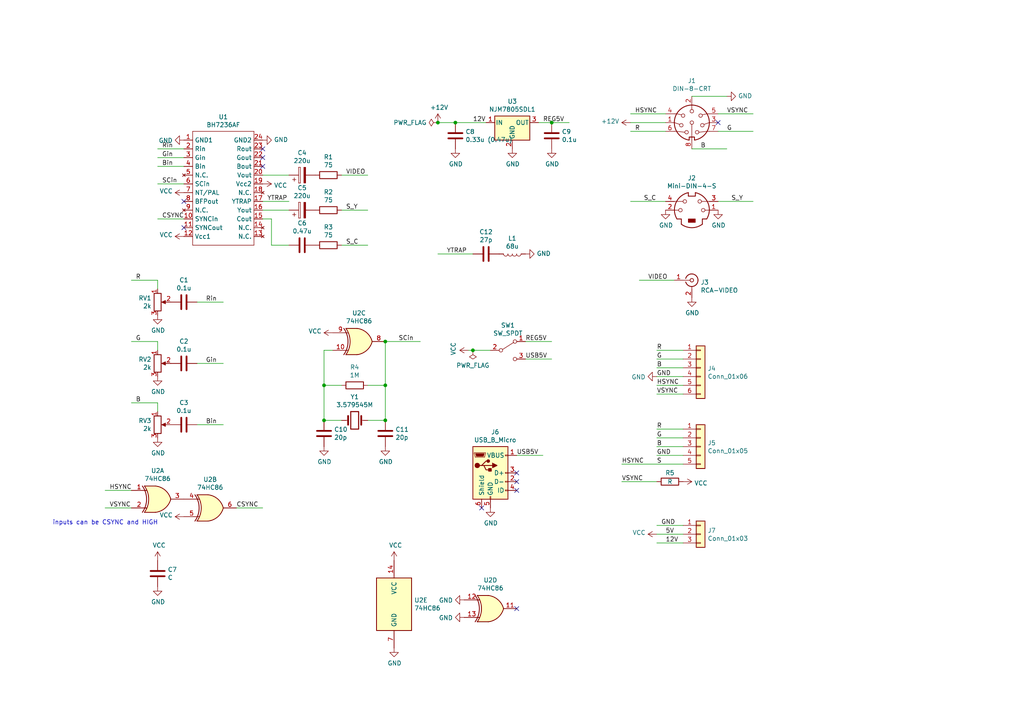
<source format=kicad_sch>
(kicad_sch (version 20211123) (generator eeschema)
  (paper "A4")
  (lib_symbols
    (symbol "74xx:74HC86" (pin_names (offset 1.016))
      (property "Reference" "U" (at 0 1.27 0))
      (property "Value" "74HC86" (at 0 -1.27 0))
      (symbol "74HC86_1_0"
        (arc (start -4.4196 -3.81) (mid -3.2033 0) (end -4.4196 3.81) (stroke (width 0.254)))
        (arc (start -3.81 -3.81) (mid -2.589 0) (end -3.81 3.81) (stroke (width 0.254)))
        (arc (start -0.6096 -3.81) (mid 2.1842 -2.5851) (end 3.81 0) (stroke (width 0.254)) (fill (type background)))
        (polyline (pts (xy -3.81 -3.81) (xy -0.635 -3.81)) (stroke (width 0.254)) (fill (type background)))
        (polyline (pts (xy -3.81 3.81) (xy -0.635 3.81)) (stroke (width 0.254)) (fill (type background)))
        (polyline (pts (xy -0.635 3.81) (xy -3.81 3.81) (xy -3.81 3.81) (xy -3.556 3.4036) (xy -3.0226 2.2606) (xy -2.6924 1.0414) (xy -2.6162 -0.254) (xy -2.7686 -1.4986) (xy -3.175 -2.7178) (xy -3.81 -3.81) (xy -3.81 -3.81) (xy -0.635 -3.81)) (stroke (width -25.4)) (fill (type background)))
        (arc (start 3.81 0) (mid 2.1915 2.5936) (end -0.6096 3.81) (stroke (width 0.254)) (fill (type background)))
        (pin input line (at -7.62 2.54 0) (length 4.445) (name "~") (number "1"))
        (pin input line (at -7.62 -2.54 0) (length 4.445) (name "~") (number "2"))
        (pin output line (at 7.62 0 180) (length 3.81) (name "~") (number "3"))
      )
      (symbol "74HC86_1_1"
        (polyline (pts (xy -3.81 -2.54) (xy -3.175 -2.54)) (stroke (width 0.1524)))
        (polyline (pts (xy -3.81 2.54) (xy -3.175 2.54)) (stroke (width 0.1524)))
      )
      (symbol "74HC86_2_0"
        (arc (start -4.4196 -3.81) (mid -3.2033 0) (end -4.4196 3.81) (stroke (width 0.254)))
        (arc (start -3.81 -3.81) (mid -2.589 0) (end -3.81 3.81) (stroke (width 0.254)))
        (arc (start -0.6096 -3.81) (mid 2.1842 -2.5851) (end 3.81 0) (stroke (width 0.254)) (fill (type background)))
        (polyline (pts (xy -3.81 -3.81) (xy -0.635 -3.81)) (stroke (width 0.254)) (fill (type background)))
        (polyline (pts (xy -3.81 3.81) (xy -0.635 3.81)) (stroke (width 0.254)) (fill (type background)))
        (polyline (pts (xy -0.635 3.81) (xy -3.81 3.81) (xy -3.81 3.81) (xy -3.556 3.4036) (xy -3.0226 2.2606) (xy -2.6924 1.0414) (xy -2.6162 -0.254) (xy -2.7686 -1.4986) (xy -3.175 -2.7178) (xy -3.81 -3.81) (xy -3.81 -3.81) (xy -0.635 -3.81)) (stroke (width -25.4)) (fill (type background)))
        (arc (start 3.81 0) (mid 2.1915 2.5936) (end -0.6096 3.81) (stroke (width 0.254)) (fill (type background)))
        (pin input line (at -7.62 2.54 0) (length 4.445) (name "~") (number "4"))
        (pin input line (at -7.62 -2.54 0) (length 4.445) (name "~") (number "5"))
        (pin output line (at 7.62 0 180) (length 3.81) (name "~") (number "6"))
      )
      (symbol "74HC86_2_1"
        (polyline (pts (xy -3.81 -2.54) (xy -3.175 -2.54)) (stroke (width 0.1524)))
        (polyline (pts (xy -3.81 2.54) (xy -3.175 2.54)) (stroke (width 0.1524)))
      )
      (symbol "74HC86_3_0"
        (arc (start -4.4196 -3.81) (mid -3.2033 0) (end -4.4196 3.81) (stroke (width 0.254)))
        (arc (start -3.81 -3.81) (mid -2.589 0) (end -3.81 3.81) (stroke (width 0.254)))
        (arc (start -0.6096 -3.81) (mid 2.1842 -2.5851) (end 3.81 0) (stroke (width 0.254)) (fill (type background)))
        (polyline (pts (xy -3.81 -3.81) (xy -0.635 -3.81)) (stroke (width 0.254)) (fill (type background)))
        (polyline (pts (xy -3.81 3.81) (xy -0.635 3.81)) (stroke (width 0.254)) (fill (type background)))
        (polyline (pts (xy -0.635 3.81) (xy -3.81 3.81) (xy -3.81 3.81) (xy -3.556 3.4036) (xy -3.0226 2.2606) (xy -2.6924 1.0414) (xy -2.6162 -0.254) (xy -2.7686 -1.4986) (xy -3.175 -2.7178) (xy -3.81 -3.81) (xy -3.81 -3.81) (xy -0.635 -3.81)) (stroke (width -25.4)) (fill (type background)))
        (arc (start 3.81 0) (mid 2.1915 2.5936) (end -0.6096 3.81) (stroke (width 0.254)) (fill (type background)))
        (pin input line (at -7.62 -2.54 0) (length 4.445) (name "~") (number "10"))
        (pin output line (at 7.62 0 180) (length 3.81) (name "~") (number "8"))
        (pin input line (at -7.62 2.54 0) (length 4.445) (name "~") (number "9"))
      )
      (symbol "74HC86_3_1"
        (polyline (pts (xy -3.81 -2.54) (xy -3.175 -2.54)) (stroke (width 0.1524)))
        (polyline (pts (xy -3.81 2.54) (xy -3.175 2.54)) (stroke (width 0.1524)))
      )
      (symbol "74HC86_4_0"
        (arc (start -4.4196 -3.81) (mid -3.2033 0) (end -4.4196 3.81) (stroke (width 0.254)))
        (arc (start -3.81 -3.81) (mid -2.589 0) (end -3.81 3.81) (stroke (width 0.254)))
        (arc (start -0.6096 -3.81) (mid 2.1842 -2.5851) (end 3.81 0) (stroke (width 0.254)) (fill (type background)))
        (polyline (pts (xy -3.81 -3.81) (xy -0.635 -3.81)) (stroke (width 0.254)) (fill (type background)))
        (polyline (pts (xy -3.81 3.81) (xy -0.635 3.81)) (stroke (width 0.254)) (fill (type background)))
        (polyline (pts (xy -0.635 3.81) (xy -3.81 3.81) (xy -3.81 3.81) (xy -3.556 3.4036) (xy -3.0226 2.2606) (xy -2.6924 1.0414) (xy -2.6162 -0.254) (xy -2.7686 -1.4986) (xy -3.175 -2.7178) (xy -3.81 -3.81) (xy -3.81 -3.81) (xy -0.635 -3.81)) (stroke (width -25.4)) (fill (type background)))
        (arc (start 3.81 0) (mid 2.1915 2.5936) (end -0.6096 3.81) (stroke (width 0.254)) (fill (type background)))
        (pin output line (at 7.62 0 180) (length 3.81) (name "~") (number "11"))
        (pin input line (at -7.62 2.54 0) (length 4.445) (name "~") (number "12"))
        (pin input line (at -7.62 -2.54 0) (length 4.445) (name "~") (number "13"))
      )
      (symbol "74HC86_4_1"
        (polyline (pts (xy -3.81 -2.54) (xy -3.175 -2.54)) (stroke (width 0.1524)))
        (polyline (pts (xy -3.81 2.54) (xy -3.175 2.54)) (stroke (width 0.1524)))
      )
      (symbol "74HC86_5_0"
        (pin power_in line (at 0 12.7 270) (length 5.08) (name "VCC") (number "14"))
        (pin power_in line (at 0 -12.7 90) (length 5.08) (name "GND") (number "7"))
      )
      (symbol "74HC86_5_1"
        (rectangle (start -5.08 7.62) (end 5.08 -7.62) (stroke (width 0.254)) (fill (type background)))
      )
    )
    (symbol "Connector:Conn_Coaxial" (pin_names (offset 1.016) hide)
      (property "Reference" "J" (at 0.254 3.048 0))
      (property "Value" "Conn_Coaxial" (at 2.921 0 90))
      (symbol "Conn_Coaxial_0_1"
        (arc (start -1.778 -0.508) (mid 0.2311 -1.8066) (end 1.778 0) (stroke (width 0.254)))
        (polyline (pts (xy -2.54 0) (xy -0.508 0)))
        (polyline (pts (xy 0 -2.54) (xy 0 -1.778)))
        (circle (center 0 0) (radius 0.508) (stroke (width 0.2032)))
        (arc (start 1.778 0) (mid 0.2099 1.8101) (end -1.778 0.508) (stroke (width 0.254)))
      )
      (symbol "Conn_Coaxial_1_1"
        (pin passive line (at -5.08 0 0) (length 2.54) (name "In") (number "1"))
        (pin passive line (at 0 -5.08 90) (length 2.54) (name "Ext") (number "2"))
      )
    )
    (symbol "Connector:DIN-8" (pin_names (offset 1.016))
      (property "Reference" "J" (at 3.175 5.715 0))
      (property "Value" "DIN-8" (at 2.032 -5.842 0))
      (symbol "DIN-8_0_1"
        (arc (start -5.08 0) (mid -3.8609 -3.3364) (end -0.762 -5.08) (stroke (width 0.254)))
        (circle (center -3.048 -0.762) (radius 0.508))
        (circle (center -2.54 2.032) (radius 0.508))
        (circle (center -1.524 -2.794) (radius 0.508))
        (polyline (pts (xy -5.08 0) (xy -3.556 -0.508)))
        (polyline (pts (xy 0 -0.508) (xy 0 -5.08)))
        (polyline (pts (xy 0 5.08) (xy 0 3.81)))
        (polyline (pts (xy 5.08 0) (xy 3.556 -0.508)))
        (polyline (pts (xy -5.08 -2.54) (xy -4.318 -2.54) (xy -2.032 -2.794)))
        (polyline (pts (xy -5.08 2.54) (xy -4.318 2.54) (xy -3.048 2.286)))
        (polyline (pts (xy 5.08 -2.54) (xy 4.318 -2.54) (xy 2.032 -2.794)))
        (polyline (pts (xy 5.08 2.54) (xy 4.318 2.54) (xy 3.048 2.286)))
        (polyline (pts (xy -0.762 -4.953) (xy -0.762 -4.191) (xy 0.762 -4.191) (xy 0.762 -4.953)) (stroke (width 0.254)))
        (circle (center 0 0) (radius 0.508))
        (circle (center 0 3.302) (radius 0.508))
        (arc (start 0.762 -5.08) (mid 3.8685 -3.343) (end 5.08 0) (stroke (width 0.254)))
        (circle (center 1.524 -2.794) (radius 0.508))
        (circle (center 2.54 2.032) (radius 0.508))
        (circle (center 3.048 -0.762) (radius 0.508))
        (arc (start 5.08 0) (mid 0 5.08) (end -5.08 0) (stroke (width 0.254)))
      )
      (symbol "DIN-8_1_1"
        (pin passive line (at -7.62 0 0) (length 2.54) (name "~") (number "1"))
        (pin passive line (at 0 7.62 270) (length 2.54) (name "~") (number "2"))
        (pin passive line (at 7.62 0 180) (length 2.54) (name "~") (number "3"))
        (pin passive line (at -7.62 2.54 0) (length 2.54) (name "~") (number "4"))
        (pin passive line (at 7.62 2.54 180) (length 2.54) (name "~") (number "5"))
        (pin passive line (at -7.62 -2.54 0) (length 2.54) (name "~") (number "6"))
        (pin passive line (at 7.62 -2.54 180) (length 2.54) (name "~") (number "7"))
        (pin passive line (at 0 -7.62 90) (length 2.54) (name "~") (number "8"))
      )
    )
    (symbol "Connector:Mini-DIN-4" (pin_names (offset 1.016))
      (property "Reference" "J" (at 0 6.35 0))
      (property "Value" "Mini-DIN-4" (at 0 -6.35 0))
      (symbol "Mini-DIN-4_0_1"
        (circle (center -3.302 0) (radius 0.508))
        (arc (start -3.048 -4.064) (mid 0 -5.08) (end 3.048 -4.064) (stroke (width 0.254)))
        (circle (center -2.032 2.54) (radius 0.508))
        (rectangle (start -1.016 -2.54) (end 1.016 -3.556) (fill (type outline)))
        (arc (start -1.016 5.08) (mid -4.6228 2.1214) (end -4.318 -2.54) (stroke (width 0.254)))
        (polyline (pts (xy -3.81 0) (xy -5.08 0)))
        (polyline (pts (xy -2.54 2.54) (xy -5.08 2.54)))
        (polyline (pts (xy 2.794 2.54) (xy 5.08 2.54)))
        (polyline (pts (xy 5.08 0) (xy 3.81 0)))
        (polyline (pts (xy -4.318 -2.54) (xy -3.048 -2.54) (xy -3.048 -4.064)) (stroke (width 0.254)))
        (polyline (pts (xy 4.318 -2.54) (xy 3.048 -2.54) (xy 3.048 -4.064)) (stroke (width 0.254)))
        (polyline (pts (xy -1.016 5.08) (xy -1.016 4.064) (xy 1.016 4.064) (xy 1.016 5.08)) (stroke (width 0.254)))
        (circle (center 2.286 2.54) (radius 0.508))
        (circle (center 3.302 0) (radius 0.508))
        (arc (start 4.318 -2.54) (mid 4.6661 2.1322) (end 1.016 5.08) (stroke (width 0.254)))
      )
      (symbol "Mini-DIN-4_1_1"
        (pin passive line (at 7.62 0 180) (length 2.54) (name "~") (number "1"))
        (pin passive line (at -7.62 0 0) (length 2.54) (name "~") (number "2"))
        (pin passive line (at 7.62 2.54 180) (length 2.54) (name "~") (number "3"))
        (pin passive line (at -7.62 2.54 0) (length 2.54) (name "~") (number "4"))
      )
    )
    (symbol "Connector_Generic:Conn_01x03" (pin_names (offset 1.016) hide)
      (property "Reference" "J" (at 0 5.08 0))
      (property "Value" "Conn_01x03" (at 0 -5.08 0))
      (symbol "Conn_01x03_1_1"
        (rectangle (start -1.27 -2.413) (end 0 -2.667) (stroke (width 0.1524)))
        (rectangle (start -1.27 0.127) (end 0 -0.127) (stroke (width 0.1524)))
        (rectangle (start -1.27 2.667) (end 0 2.413) (stroke (width 0.1524)))
        (rectangle (start -1.27 3.81) (end 1.27 -3.81) (stroke (width 0.254)) (fill (type background)))
        (pin passive line (at -5.08 2.54 0) (length 3.81) (name "Pin_1") (number "1"))
        (pin passive line (at -5.08 0 0) (length 3.81) (name "Pin_2") (number "2"))
        (pin passive line (at -5.08 -2.54 0) (length 3.81) (name "Pin_3") (number "3"))
      )
    )
    (symbol "Connector_Generic:Conn_01x05" (pin_names (offset 1.016) hide)
      (property "Reference" "J" (at 0 7.62 0))
      (property "Value" "Conn_01x05" (at 0 -7.62 0))
      (symbol "Conn_01x05_1_1"
        (rectangle (start -1.27 -4.953) (end 0 -5.207) (stroke (width 0.1524)))
        (rectangle (start -1.27 -2.413) (end 0 -2.667) (stroke (width 0.1524)))
        (rectangle (start -1.27 0.127) (end 0 -0.127) (stroke (width 0.1524)))
        (rectangle (start -1.27 2.667) (end 0 2.413) (stroke (width 0.1524)))
        (rectangle (start -1.27 5.207) (end 0 4.953) (stroke (width 0.1524)))
        (rectangle (start -1.27 6.35) (end 1.27 -6.35) (stroke (width 0.254)) (fill (type background)))
        (pin passive line (at -5.08 5.08 0) (length 3.81) (name "Pin_1") (number "1"))
        (pin passive line (at -5.08 2.54 0) (length 3.81) (name "Pin_2") (number "2"))
        (pin passive line (at -5.08 0 0) (length 3.81) (name "Pin_3") (number "3"))
        (pin passive line (at -5.08 -2.54 0) (length 3.81) (name "Pin_4") (number "4"))
        (pin passive line (at -5.08 -5.08 0) (length 3.81) (name "Pin_5") (number "5"))
      )
    )
    (symbol "Connector_Generic:Conn_01x06" (pin_names (offset 1.016) hide)
      (property "Reference" "J" (at 0 7.62 0))
      (property "Value" "Conn_01x06" (at 0 -10.16 0))
      (symbol "Conn_01x06_1_1"
        (rectangle (start -1.27 -7.493) (end 0 -7.747) (stroke (width 0.1524)))
        (rectangle (start -1.27 -4.953) (end 0 -5.207) (stroke (width 0.1524)))
        (rectangle (start -1.27 -2.413) (end 0 -2.667) (stroke (width 0.1524)))
        (rectangle (start -1.27 0.127) (end 0 -0.127) (stroke (width 0.1524)))
        (rectangle (start -1.27 2.667) (end 0 2.413) (stroke (width 0.1524)))
        (rectangle (start -1.27 5.207) (end 0 4.953) (stroke (width 0.1524)))
        (rectangle (start -1.27 6.35) (end 1.27 -8.89) (stroke (width 0.254)) (fill (type background)))
        (pin passive line (at -5.08 5.08 0) (length 3.81) (name "Pin_1") (number "1"))
        (pin passive line (at -5.08 2.54 0) (length 3.81) (name "Pin_2") (number "2"))
        (pin passive line (at -5.08 0 0) (length 3.81) (name "Pin_3") (number "3"))
        (pin passive line (at -5.08 -2.54 0) (length 3.81) (name "Pin_4") (number "4"))
        (pin passive line (at -5.08 -5.08 0) (length 3.81) (name "Pin_5") (number "5"))
        (pin passive line (at -5.08 -7.62 0) (length 3.81) (name "Pin_6") (number "6"))
      )
    )
    (symbol "Device:C" (pin_numbers hide) (pin_names (offset 0.254))
      (property "Reference" "C" (at 0.635 2.54 0))
      (property "Value" "C" (at 0.635 -2.54 0))
      (symbol "C_0_1"
        (polyline (pts (xy -2.032 -0.762) (xy 2.032 -0.762)) (stroke (width 0.508)))
        (polyline (pts (xy -2.032 0.762) (xy 2.032 0.762)) (stroke (width 0.508)))
      )
      (symbol "C_1_1"
        (pin passive line (at 0 3.81 270) (length 2.794) (name "~") (number "1"))
        (pin passive line (at 0 -3.81 90) (length 2.794) (name "~") (number "2"))
      )
    )
    (symbol "Device:Crystal" (pin_numbers hide) (pin_names (offset 1.016) hide)
      (property "Reference" "Y" (at 0 3.81 0))
      (property "Value" "Crystal" (at 0 -3.81 0))
      (symbol "Crystal_0_1"
        (rectangle (start -1.143 2.54) (end 1.143 -2.54) (stroke (width 0.3048)))
        (polyline (pts (xy -2.54 0) (xy -1.905 0)))
        (polyline (pts (xy -1.905 -1.27) (xy -1.905 1.27)) (stroke (width 0.508)))
        (polyline (pts (xy 1.905 -1.27) (xy 1.905 1.27)) (stroke (width 0.508)))
        (polyline (pts (xy 2.54 0) (xy 1.905 0)))
      )
      (symbol "Crystal_1_1"
        (pin passive line (at -3.81 0 0) (length 1.27) (name "1") (number "1"))
        (pin passive line (at 3.81 0 180) (length 1.27) (name "2") (number "2"))
      )
    )
    (symbol "Device:L" (pin_numbers hide) (pin_names (offset 1.016) hide)
      (property "Reference" "L" (at -1.27 0 90))
      (property "Value" "L" (at 1.905 0 90))
      (symbol "L_0_1"
        (arc (start 0 -2.54) (mid 0.635 -1.905) (end 0 -1.27))
        (arc (start 0 -1.27) (mid 0.635 -0.635) (end 0 0))
        (arc (start 0 0) (mid 0.635 0.635) (end 0 1.27))
        (arc (start 0 1.27) (mid 0.635 1.905) (end 0 2.54))
      )
      (symbol "L_1_1"
        (pin passive line (at 0 3.81 270) (length 1.27) (name "1") (number "1"))
        (pin passive line (at 0 -3.81 90) (length 1.27) (name "2") (number "2"))
      )
    )
    (symbol "Device:R" (pin_numbers hide) (pin_names (offset 0))
      (property "Reference" "R" (at 2.032 0 90))
      (property "Value" "R" (at 0 0 90))
      (symbol "R_0_1"
        (rectangle (start -1.016 -2.54) (end 1.016 2.54) (stroke (width 0.254)))
      )
      (symbol "R_1_1"
        (pin passive line (at 0 3.81 270) (length 1.27) (name "~") (number "1"))
        (pin passive line (at 0 -3.81 90) (length 1.27) (name "~") (number "2"))
      )
    )
    (symbol "Regulator_Linear:L7805" (pin_names (offset 0.254))
      (property "Reference" "U" (at -3.81 3.175 0))
      (property "Value" "L7805" (at 0 3.175 0))
      (symbol "L7805_0_1"
        (rectangle (start -5.08 1.905) (end 5.08 -5.08) (stroke (width 0.254)) (fill (type background)))
      )
      (symbol "L7805_1_1"
        (pin power_in line (at -7.62 0 0) (length 2.54) (name "IN") (number "1"))
        (pin power_in line (at 0 -7.62 90) (length 2.54) (name "GND") (number "2"))
        (pin power_out line (at 7.62 0 180) (length 2.54) (name "OUT") (number "3"))
      )
    )
    (symbol "Spica-rescue:BH7236AF-mei" (pin_names (offset 0.6096))
      (property "Reference" "U" (at 0 -19.05 0))
      (property "Value" "BH7236AF-mei" (at 0 -21.59 0))
      (symbol "BH7236AF-mei_0_1"
        (rectangle (start -8.89 -17.78) (end 8.89 -17.78))
        (rectangle (start -8.89 15.24) (end -8.89 -17.78))
        (rectangle (start -8.89 15.24) (end 8.89 15.24))
        (rectangle (start 8.89 15.24) (end 8.89 -17.78))
      )
      (symbol "BH7236AF-mei_1_1"
        (pin power_in line (at -11.43 12.7 0) (length 2.54) (name "GND1") (number "1"))
        (pin input line (at -11.43 -10.16 0) (length 2.54) (name "SYNCin") (number "10"))
        (pin input line (at -11.43 -12.7 0) (length 2.54) (name "SYNCout") (number "11"))
        (pin power_in line (at -11.43 -15.24 0) (length 2.54) (name "Vcc1") (number "12"))
        (pin no_connect line (at 11.43 -15.24 180) (length 2.54) (name "N.C.") (number "13"))
        (pin no_connect line (at 11.43 -12.7 180) (length 2.54) (name "N.C.") (number "14"))
        (pin output line (at 11.43 -10.16 180) (length 2.54) (name "Cout") (number "15"))
        (pin output line (at 11.43 -7.62 180) (length 2.54) (name "Yout") (number "16"))
        (pin passive line (at 11.43 -5.08 180) (length 2.54) (name "YTRAP") (number "17"))
        (pin no_connect line (at 11.43 -2.54 180) (length 2.54) (name "N.C.") (number "18"))
        (pin power_in line (at 11.43 0 180) (length 2.54) (name "Vcc2") (number "19"))
        (pin input line (at -11.43 10.16 0) (length 2.54) (name "Rin") (number "2"))
        (pin output line (at 11.43 2.54 180) (length 2.54) (name "Vout") (number "20"))
        (pin output line (at 11.43 5.08 180) (length 2.54) (name "Bout") (number "21"))
        (pin output line (at 11.43 7.62 180) (length 2.54) (name "Gout") (number "22"))
        (pin output line (at 11.43 10.16 180) (length 2.54) (name "Rout") (number "23"))
        (pin power_in line (at 11.43 12.7 180) (length 2.54) (name "GND2") (number "24"))
        (pin input line (at -11.43 7.62 0) (length 2.54) (name "Gin") (number "3"))
        (pin input line (at -11.43 5.08 0) (length 2.54) (name "Bin") (number "4"))
        (pin no_connect line (at -11.43 2.54 0) (length 2.54) (name "N.C.") (number "5"))
        (pin input line (at -11.43 0 0) (length 2.54) (name "SCin") (number "6"))
        (pin input line (at -11.43 -2.54 0) (length 2.54) (name "NT/PAL") (number "7"))
        (pin output line (at -11.43 -5.08 0) (length 2.54) (name "BFPout") (number "8"))
        (pin no_connect line (at -11.43 -7.62 0) (length 2.54) (name "N.C.") (number "9"))
      )
    )
    (symbol "Spica-rescue:CP-Device" (pin_numbers hide) (pin_names (offset 0.254))
      (property "Reference" "C" (at 0.635 2.54 0))
      (property "Value" "CP-Device" (at 0.635 -2.54 0))
      (symbol "CP-Device_0_1"
        (rectangle (start -2.286 0.508) (end -2.286 1.016))
        (rectangle (start -2.286 0.508) (end 2.286 0.508))
        (polyline (pts (xy -1.778 2.286) (xy -0.762 2.286)))
        (polyline (pts (xy -1.27 2.794) (xy -1.27 1.778)))
        (rectangle (start 2.286 -0.508) (end -2.286 -1.016) (fill (type outline)))
        (rectangle (start 2.286 1.016) (end -2.286 1.016))
        (rectangle (start 2.286 1.016) (end 2.286 0.508))
      )
      (symbol "CP-Device_1_1"
        (pin passive line (at 0 3.81 270) (length 2.794) (name "~") (number "1"))
        (pin passive line (at 0 -3.81 90) (length 2.794) (name "~") (number "2"))
      )
    )
    (symbol "Spica-rescue:R_POT-Device" (pin_names (offset 1.016) hide)
      (property "Reference" "RV" (at -4.445 0 90))
      (property "Value" "R_POT-Device" (at -2.54 0 90))
      (symbol "R_POT-Device_0_1"
        (polyline (pts (xy 2.54 0) (xy 1.524 0)))
        (polyline (pts (xy 1.143 0) (xy 2.286 0.508) (xy 2.286 -0.508) (xy 1.143 0)) (fill (type outline)))
        (rectangle (start 1.016 2.54) (end -1.016 -2.54) (stroke (width 0.254)))
      )
      (symbol "R_POT-Device_1_1"
        (pin passive line (at 0 3.81 270) (length 1.27) (name "1") (number "1"))
        (pin passive line (at 3.81 0 180) (length 1.27) (name "2") (number "2"))
        (pin passive line (at 0 -3.81 90) (length 1.27) (name "3") (number "3"))
      )
    )
    (symbol "Spica-rescue:USB_B_Micro-Connector" (pin_names (offset 1.016))
      (property "Reference" "J" (at -5.08 11.43 0))
      (property "Value" "USB_B_Micro-Connector" (at -5.08 8.89 0))
      (symbol "USB_B_Micro-Connector_0_1"
        (rectangle (start -5.08 -7.62) (end 5.08 7.62) (stroke (width 0.254)) (fill (type background)))
        (circle (center -3.81 2.159) (radius 0.635) (stroke (width 0.254)) (fill (type outline)))
        (circle (center -0.635 3.429) (radius 0.381) (stroke (width 0.254)) (fill (type outline)))
        (rectangle (start -0.127 -7.62) (end 0.127 -6.858))
        (polyline (pts (xy -1.905 2.159) (xy 0.635 2.159)) (stroke (width 0.254)))
        (polyline (pts (xy -3.175 2.159) (xy -2.54 2.159) (xy -1.27 3.429) (xy -0.635 3.429)) (stroke (width 0.254)))
        (polyline (pts (xy -2.54 2.159) (xy -1.905 2.159) (xy -1.27 0.889) (xy 0 0.889)) (stroke (width 0.254)))
        (polyline (pts (xy 0.635 2.794) (xy 0.635 1.524) (xy 1.905 2.159) (xy 0.635 2.794)) (stroke (width 0.254)) (fill (type outline)))
        (polyline (pts (xy -4.318 5.588) (xy -1.778 5.588) (xy -2.032 4.826) (xy -4.064 4.826) (xy -4.318 5.588)) (fill (type outline)))
        (polyline (pts (xy -4.699 5.842) (xy -4.699 5.588) (xy -4.445 4.826) (xy -4.445 4.572) (xy -1.651 4.572) (xy -1.651 4.826) (xy -1.397 5.588) (xy -1.397 5.842) (xy -4.699 5.842)))
        (rectangle (start 0.254 1.27) (end -0.508 0.508) (stroke (width 0.254)) (fill (type outline)))
        (rectangle (start 5.08 -5.207) (end 4.318 -4.953))
        (rectangle (start 5.08 -2.667) (end 4.318 -2.413))
        (rectangle (start 5.08 -0.127) (end 4.318 0.127))
        (rectangle (start 5.08 4.953) (end 4.318 5.207))
      )
      (symbol "USB_B_Micro-Connector_1_1"
        (pin power_out line (at 7.62 5.08 180) (length 2.54) (name "VBUS") (number "1"))
        (pin passive line (at 7.62 -2.54 180) (length 2.54) (name "D-") (number "2"))
        (pin passive line (at 7.62 0 180) (length 2.54) (name "D+") (number "3"))
        (pin passive line (at 7.62 -5.08 180) (length 2.54) (name "ID") (number "4"))
        (pin power_out line (at 0 -10.16 90) (length 2.54) (name "GND") (number "5"))
        (pin passive line (at -2.54 -10.16 90) (length 2.54) (name "Shield") (number "6"))
      )
    )
    (symbol "Switch:SW_SPDT" (pin_names (offset 0) hide)
      (property "Reference" "SW" (at 0 4.318 0))
      (property "Value" "SW_SPDT" (at 0 -5.08 0))
      (symbol "SW_SPDT_0_0"
        (circle (center -2.032 0) (radius 0.508))
        (circle (center 2.032 -2.54) (radius 0.508))
      )
      (symbol "SW_SPDT_0_1"
        (polyline (pts (xy -1.524 0.254) (xy 1.651 2.286)))
        (circle (center 2.032 2.54) (radius 0.508))
      )
      (symbol "SW_SPDT_1_1"
        (pin passive line (at 5.08 2.54 180) (length 2.54) (name "A") (number "1"))
        (pin passive line (at -5.08 0 0) (length 2.54) (name "B") (number "2"))
        (pin passive line (at 5.08 -2.54 180) (length 2.54) (name "C") (number "3"))
      )
    )
    (symbol "power:+12V" (power) (pin_names (offset 0))
      (property "Value" "+12V" (at 0 3.556 0))
      (symbol "+12V_0_1"
        (polyline (pts (xy -0.762 1.27) (xy 0 2.54)))
        (polyline (pts (xy 0 0) (xy 0 2.54)))
        (polyline (pts (xy 0 2.54) (xy 0.762 1.27)))
      )
      (symbol "+12V_1_1"
        (pin power_in line (at 0 0 90) (length 0) hide (name "+12V") (number "1"))
      )
    )
    (symbol "power:GND" (power) (pin_names (offset 0))
      (property "Value" "GND" (at 0 -3.81 0))
      (symbol "GND_0_1"
        (polyline (pts (xy 0 0) (xy 0 -1.27) (xy 1.27 -1.27) (xy 0 -2.54) (xy -1.27 -1.27) (xy 0 -1.27)))
      )
      (symbol "GND_1_1"
        (pin power_in line (at 0 0 270) (length 0) hide (name "GND") (number "1"))
      )
    )
    (symbol "power:PWR_FLAG" (power) (pin_numbers hide) (pin_names (offset 0) hide)
      (property "Value" "PWR_FLAG" (at 0 3.81 0))
      (symbol "PWR_FLAG_0_0"
        (pin power_out line (at 0 0 90) (length 0) (name "pwr") (number "1"))
      )
      (symbol "PWR_FLAG_0_1"
        (polyline (pts (xy 0 0) (xy 0 1.27) (xy -1.016 1.905) (xy 0 2.54) (xy 1.016 1.905) (xy 0 1.27)))
      )
    )
    (symbol "power:VCC" (power) (pin_names (offset 0))
      (property "Value" "VCC" (at 0 3.81 0))
      (symbol "VCC_0_1"
        (polyline (pts (xy -0.762 1.27) (xy 0 2.54)))
        (polyline (pts (xy 0 0) (xy 0 2.54)))
        (polyline (pts (xy 0 2.54) (xy 0.762 1.27)))
      )
      (symbol "VCC_1_1"
        (pin power_in line (at 0 0 90) (length 0) hide (name "VCC") (number "1"))
      )
    )
  )
  (junction (at 111.76 111.76))
  (junction (at 93.98 121.92))
  (junction (at 160.02 35.56))
  (junction (at 111.76 99.06))
  (junction (at 93.98 111.76))
  (junction (at 137.16 101.6))
  (junction (at 127 35.56))
  (junction (at 132.08 35.56))
  (junction (at 111.76 121.92))
  (no_connect (at 53.34 66.04))
  (no_connect (at 149.86 176.53))
  (no_connect (at 53.34 58.42))
  (no_connect (at 149.86 139.7))
  (no_connect (at 76.2 43.18))
  (no_connect (at 76.2 45.72))
  (no_connect (at 139.7 147.32))
  (no_connect (at 76.2 48.26))
  (no_connect (at 208.28 35.56))
  (no_connect (at 149.86 137.16))
  (no_connect (at 149.86 142.24))
  (wire (pts (xy 111.76 99.06) (xy 121.92 99.06)))
  (wire (pts (xy 182.88 33.02) (xy 193.04 33.02)))
  (wire (pts (xy 78.74 63.5) (xy 78.74 71.12)))
  (wire (pts (xy 198.12 154.94) (xy 190.5 154.94)))
  (wire (pts (xy 208.28 58.42) (xy 218.44 58.42)))
  (wire (pts (xy 198.12 106.68) (xy 190.5 106.68)))
  (wire (pts (xy 198.12 132.08) (xy 190.5 132.08)))
  (wire (pts (xy 53.34 53.34) (xy 45.72 53.34)))
  (wire (pts (xy 198.12 129.54) (xy 190.5 129.54)))
  (wire (pts (xy 93.98 121.92) (xy 99.06 121.92)))
  (wire (pts (xy 111.76 99.06) (xy 111.76 111.76)))
  (wire (pts (xy 76.2 63.5) (xy 78.74 63.5)))
  (wire (pts (xy 180.34 134.62) (xy 198.12 134.62)))
  (wire (pts (xy 45.72 81.28) (xy 45.72 83.82)))
  (wire (pts (xy 106.68 111.76) (xy 111.76 111.76)))
  (wire (pts (xy 137.16 101.6) (xy 142.24 101.6)))
  (wire (pts (xy 76.2 50.8) (xy 83.82 50.8)))
  (wire (pts (xy 132.08 35.56) (xy 140.97 35.56)))
  (wire (pts (xy 93.98 111.76) (xy 93.98 121.92)))
  (wire (pts (xy 198.12 124.46) (xy 190.5 124.46)))
  (wire (pts (xy 99.06 50.8) (xy 106.68 50.8)))
  (wire (pts (xy 182.88 38.1) (xy 193.04 38.1)))
  (wire (pts (xy 152.4 104.14) (xy 160.02 104.14)))
  (wire (pts (xy 53.34 45.72) (xy 45.72 45.72)))
  (wire (pts (xy 53.34 48.26) (xy 45.72 48.26)))
  (wire (pts (xy 45.72 116.84) (xy 38.1 116.84)))
  (wire (pts (xy 208.28 38.1) (xy 218.44 38.1)))
  (wire (pts (xy 96.52 101.6) (xy 93.98 101.6)))
  (wire (pts (xy 93.98 101.6) (xy 93.98 111.76)))
  (wire (pts (xy 198.12 114.3) (xy 190.5 114.3)))
  (wire (pts (xy 149.86 132.08) (xy 157.48 132.08)))
  (wire (pts (xy 198.12 101.6) (xy 190.5 101.6)))
  (wire (pts (xy 198.12 157.48) (xy 190.5 157.48)))
  (wire (pts (xy 76.2 60.96) (xy 83.82 60.96)))
  (wire (pts (xy 198.12 152.4) (xy 190.5 152.4)))
  (wire (pts (xy 160.02 35.56) (xy 165.1 35.56)))
  (wire (pts (xy 38.1 142.24) (xy 30.48 142.24)))
  (wire (pts (xy 208.28 33.02) (xy 218.44 33.02)))
  (wire (pts (xy 198.12 104.14) (xy 190.5 104.14)))
  (wire (pts (xy 53.34 43.18) (xy 45.72 43.18)))
  (wire (pts (xy 111.76 111.76) (xy 111.76 121.92)))
  (wire (pts (xy 53.34 63.5) (xy 45.72 63.5)))
  (wire (pts (xy 68.58 147.32) (xy 76.2 147.32)))
  (wire (pts (xy 57.15 105.41) (xy 64.77 105.41)))
  (wire (pts (xy 30.48 147.32) (xy 38.1 147.32)))
  (wire (pts (xy 182.88 35.56) (xy 193.04 35.56)))
  (wire (pts (xy 200.66 43.18) (xy 210.82 43.18)))
  (wire (pts (xy 45.72 99.06) (xy 45.72 101.6)))
  (wire (pts (xy 106.68 121.92) (xy 111.76 121.92)))
  (wire (pts (xy 45.72 81.28) (xy 38.1 81.28)))
  (wire (pts (xy 198.12 111.76) (xy 190.5 111.76)))
  (wire (pts (xy 135.89 101.6) (xy 137.16 101.6)))
  (wire (pts (xy 78.74 71.12) (xy 83.82 71.12)))
  (wire (pts (xy 99.06 60.96) (xy 106.68 60.96)))
  (wire (pts (xy 127 35.56) (xy 132.08 35.56)))
  (wire (pts (xy 137.16 73.66) (xy 127 73.66)))
  (wire (pts (xy 57.15 123.19) (xy 64.77 123.19)))
  (wire (pts (xy 45.72 116.84) (xy 45.72 119.38)))
  (wire (pts (xy 180.34 139.7) (xy 190.5 139.7)))
  (wire (pts (xy 195.58 81.28) (xy 185.42 81.28)))
  (wire (pts (xy 152.4 99.06) (xy 160.02 99.06)))
  (wire (pts (xy 200.66 27.94) (xy 210.82 27.94)))
  (wire (pts (xy 45.72 99.06) (xy 38.1 99.06)))
  (wire (pts (xy 198.12 127) (xy 190.5 127)))
  (wire (pts (xy 57.15 87.63) (xy 64.77 87.63)))
  (wire (pts (xy 198.12 109.22) (xy 190.5 109.22)))
  (wire (pts (xy 76.2 58.42) (xy 83.82 58.42)))
  (wire (pts (xy 99.06 71.12) (xy 106.68 71.12)))
  (wire (pts (xy 99.06 111.76) (xy 93.98 111.76)))
  (wire (pts (xy 182.88 58.42) (xy 193.04 58.42)))
  (wire (pts (xy 156.21 35.56) (xy 160.02 35.56)))
  (text "inputs can be CSYNC and HIGH" (at 15.24 152.4 0) (effects (font (size 1.27 1.27)) (justify left bottom)))
  (label "USB5V" (at 152.4 104.14 0))
  (label "SCin" (at 46.99 53.34 0))
  (label "Gin" (at 59.69 105.41 0))
  (label "R" (at 190.5 101.6 0))
  (label "Bin" (at 59.69 123.19 0))
  (label "HSYNC" (at 31.75 142.24 0))
  (label "B" (at 203.2 43.18 0))
  (label "R" (at 39.37 81.28 0))
  (label "R" (at 184.15 38.1 0))
  (label "S" (at 190.5 134.62 0))
  (label "GND" (at 191.77 152.4 0))
  (label "B" (at 190.5 129.54 0))
  (label "S_Y" (at 100.33 60.96 0))
  (label "VIDEO" (at 187.96 81.28 0))
  (label "S_C" (at 186.69 58.42 0))
  (label "GND" (at 190.5 132.08 0))
  (label "B" (at 190.5 106.68 0))
  (label "SCin" (at 115.57 99.06 0))
  (label "G" (at 190.5 127 0))
  (label "HSYNC" (at 190.5 111.76 0))
  (label "CSYNC" (at 46.99 63.5 0))
  (label "VSYNC" (at 190.5 114.3 0))
  (label "VIDEO" (at 100.33 50.8 0))
  (label "YTRAP" (at 129.54 73.66 0))
  (label "USB5V" (at 149.86 132.08 0))
  (label "GND" (at 190.5 109.22 0))
  (label "VSYNC" (at 210.82 33.02 0))
  (label "5V" (at 193.04 154.94 0))
  (label "S_C" (at 100.33 71.12 0))
  (label "G" (at 190.5 104.14 0))
  (label "Gin" (at 46.99 45.72 0))
  (label "Bin" (at 46.99 48.26 0))
  (label "12V" (at 137.16 35.56 0))
  (label "G" (at 210.82 38.1 0))
  (label "Rin" (at 46.99 43.18 0))
  (label "VSYNC" (at 180.34 139.7 0))
  (label "HSYNC" (at 184.15 33.02 0))
  (label "G" (at 39.37 99.06 0))
  (label "REG5V" (at 157.48 35.56 0))
  (label "R" (at 190.5 124.46 0))
  (label "REG5V" (at 152.4 99.06 0))
  (label "VSYNC" (at 31.75 147.32 0))
  (label "CSYNC" (at 68.58 147.32 0))
  (label "HSYNC" (at 180.34 134.62 0))
  (label "12V" (at 193.04 157.48 0))
  (label "YTRAP" (at 77.47 58.42 0))
  (label "B" (at 39.37 116.84 0))
  (label "Rin" (at 59.69 87.63 0))
  (label "S_Y" (at 212.09 58.42 0))
  (symbol (lib_id "Spica-rescue:BH7236AF-mei") (at 64.77 53.34 0) (unit 1)
    (property "Reference" "U1" (at 64.77 33.909 0))
    (property "Value" "BH7236AF" (at 64.77 36.2204 0))
    (property "Footprint" "toyoshim:SOIC-24_4.4x15.4mm_P1.27mm" (effects hide))
  )
  (symbol (lib_id "Spica-rescue:R_POT-Device") (at 45.72 87.63 0) (unit 1)
    (property "Reference" "RV1" (at 43.942 86.4616 0) (effects (justify right)))
    (property "Value" "2k" (at 43.942 88.773 0) (effects (justify right)))
    (property "Footprint" "toyoshim:RV-RM-065" (effects hide))
  )
  (symbol (lib_id "power:GND") (at 45.72 91.44 0) (unit 1)
    (property "Reference" "#PWR01" (effects hide))
    (property "Value" "GND" (at 45.847 95.8342 0))
  )
  (symbol (lib_id "Device:C") (at 53.34 87.63 270) (unit 1)
    (property "Reference" "C1" (at 53.34 81.2292 90))
    (property "Value" "0.1u" (at 53.34 83.5406 90))
    (property "Footprint" "Capacitor_SMD:C_0603_1608Metric" (effects hide))
  )
  (symbol (lib_id "Spica-rescue:R_POT-Device") (at 45.72 105.41 0) (unit 1)
    (property "Reference" "RV2" (at 43.942 104.2416 0) (effects (justify right)))
    (property "Value" "2k" (at 43.942 106.553 0) (effects (justify right)))
    (property "Footprint" "toyoshim:RV-RM-065" (effects hide))
  )
  (symbol (lib_id "power:GND") (at 45.72 109.22 0) (unit 1)
    (property "Reference" "#PWR02" (effects hide))
    (property "Value" "GND" (at 45.847 113.6142 0))
  )
  (symbol (lib_id "Device:C") (at 53.34 105.41 270) (unit 1)
    (property "Reference" "C2" (at 53.34 99.0092 90))
    (property "Value" "0.1u" (at 53.34 101.3206 90))
    (property "Footprint" "Capacitor_SMD:C_0603_1608Metric" (effects hide))
  )
  (symbol (lib_id "Spica-rescue:R_POT-Device") (at 45.72 123.19 0) (unit 1)
    (property "Reference" "RV3" (at 43.942 122.0216 0) (effects (justify right)))
    (property "Value" "2k" (at 43.942 124.333 0) (effects (justify right)))
    (property "Footprint" "toyoshim:RV-RM-065" (effects hide))
  )
  (symbol (lib_id "power:GND") (at 45.72 127 0) (unit 1)
    (property "Reference" "#PWR03" (effects hide))
    (property "Value" "GND" (at 45.847 131.3942 0))
  )
  (symbol (lib_id "Device:C") (at 53.34 123.19 270) (unit 1)
    (property "Reference" "C3" (at 53.34 116.7892 90))
    (property "Value" "0.1u" (at 53.34 119.1006 90))
    (property "Footprint" "Capacitor_SMD:C_0603_1608Metric" (effects hide))
  )
  (symbol (lib_id "power:GND") (at 53.34 40.64 270) (unit 1)
    (property "Reference" "#PWR04" (effects hide))
    (property "Value" "GND" (at 50.0888 40.767 90) (effects (justify right)))
  )
  (symbol (lib_id "power:GND") (at 76.2 40.64 90) (unit 1)
    (property "Reference" "#PWR07" (effects hide))
    (property "Value" "GND" (at 79.4512 40.513 90) (effects (justify right)))
  )
  (symbol (lib_id "power:VCC") (at 53.34 68.58 90) (unit 1)
    (property "Reference" "#PWR06" (effects hide))
    (property "Value" "VCC" (at 50.1142 68.1228 90) (effects (justify left)))
  )
  (symbol (lib_id "power:VCC") (at 53.34 55.88 90) (unit 1)
    (property "Reference" "#PWR05" (effects hide))
    (property "Value" "VCC" (at 50.1142 55.4228 90) (effects (justify left)))
  )
  (symbol (lib_id "power:VCC") (at 76.2 53.34 270) (unit 1)
    (property "Reference" "#PWR08" (effects hide))
    (property "Value" "VCC" (at 79.4512 53.7718 90) (effects (justify left)))
  )
  (symbol (lib_id "Spica-rescue:CP-Device") (at 87.63 50.8 90) (unit 1)
    (property "Reference" "C4" (at 87.63 44.323 90))
    (property "Value" "220u" (at 87.63 46.6344 90))
    (property "Footprint" "Capacitor_THT:CP_Radial_D5.0mm_P2.50mm" (effects hide))
  )
  (symbol (lib_id "Spica-rescue:CP-Device") (at 87.63 60.96 90) (unit 1)
    (property "Reference" "C5" (at 87.63 54.483 90))
    (property "Value" "220u" (at 87.63 56.7944 90))
    (property "Footprint" "Capacitor_THT:CP_Radial_D5.0mm_P2.50mm" (effects hide))
  )
  (symbol (lib_id "Device:C") (at 87.63 71.12 270) (unit 1)
    (property "Reference" "C6" (at 87.63 64.7192 90))
    (property "Value" "0.47u" (at 87.63 67.0306 90))
    (property "Footprint" "Capacitor_SMD:C_0603_1608Metric" (effects hide))
  )
  (symbol (lib_id "Device:R") (at 95.25 50.8 270) (unit 1)
    (property "Reference" "R1" (at 95.25 45.5422 90))
    (property "Value" "75" (at 95.25 47.8536 90))
    (property "Footprint" "Resistor_SMD:R_0603_1608Metric" (effects hide))
  )
  (symbol (lib_id "Device:R") (at 95.25 60.96 270) (unit 1)
    (property "Reference" "R2" (at 95.25 55.7022 90))
    (property "Value" "75" (at 95.25 58.0136 90))
    (property "Footprint" "Resistor_SMD:R_0603_1608Metric" (effects hide))
  )
  (symbol (lib_id "Device:R") (at 95.25 71.12 270) (unit 1)
    (property "Reference" "R3" (at 95.25 65.8622 90))
    (property "Value" "75" (at 95.25 68.1736 90))
    (property "Footprint" "Resistor_SMD:R_0603_1608Metric" (effects hide))
  )
  (symbol (lib_id "Device:C") (at 45.72 166.37 0) (unit 1)
    (property "Reference" "C7" (at 48.641 165.2016 0) (effects (justify left)))
    (property "Value" "C" (at 48.641 167.513 0) (effects (justify left)))
    (property "Footprint" "Capacitor_SMD:C_0603_1608Metric" (effects hide))
  )
  (symbol (lib_id "power:VCC") (at 45.72 162.56 0) (unit 1)
    (property "Reference" "#PWR0101" (effects hide))
    (property "Value" "VCC" (at 46.1518 158.1658 0))
  )
  (symbol (lib_id "power:GND") (at 45.72 170.18 0) (unit 1)
    (property "Reference" "#PWR0102" (effects hide))
    (property "Value" "GND" (at 45.847 174.5742 0))
  )
  (symbol (lib_id "74xx:74HC86") (at 45.72 144.78 0) (unit 1)
    (property "Reference" "U2" (at 45.72 136.525 0))
    (property "Value" "74HC86" (at 45.72 138.8364 0))
    (property "Footprint" "Package_SO:SOIC-14_3.9x8.7mm_P1.27mm" (effects hide))
    (property "Datasheet" "http://www.ti.com/lit/gpn/sn74HC86" (effects hide))
  )
  (symbol (lib_id "74xx:74HC86") (at 60.96 147.32 0) (unit 2)
    (property "Reference" "U2" (at 60.96 139.065 0))
    (property "Value" "74HC86" (at 60.96 141.3764 0))
    (property "Footprint" "Package_SO:SOIC-14_3.9x8.7mm_P1.27mm" (effects hide))
    (property "Datasheet" "http://www.ti.com/lit/gpn/sn74HC86" (effects hide))
  )
  (symbol (lib_id "power:VCC") (at 53.34 149.86 90) (unit 1)
    (property "Reference" "#PWR09" (effects hide))
    (property "Value" "VCC" (at 50.1142 149.4028 90) (effects (justify left)))
  )
  (symbol (lib_id "74xx:74HC86") (at 114.3 175.26 0) (unit 5)
    (property "Reference" "U2" (at 120.142 174.0916 0) (effects (justify left)))
    (property "Value" "74HC86" (at 120.142 176.403 0) (effects (justify left)))
    (property "Footprint" "Package_SO:SOIC-14_3.9x8.7mm_P1.27mm" (effects hide))
    (property "Datasheet" "http://www.ti.com/lit/gpn/sn74HC86" (effects hide))
  )
  (symbol (lib_id "power:GND") (at 114.3 187.96 0) (unit 1)
    (property "Reference" "#PWR011" (effects hide))
    (property "Value" "GND" (at 114.427 192.3542 0))
  )
  (symbol (lib_id "power:VCC") (at 114.3 162.56 0) (unit 1)
    (property "Reference" "#PWR010" (effects hide))
    (property "Value" "VCC" (at 114.7318 158.1658 0))
  )
  (symbol (lib_id "Connector:DIN-8") (at 200.66 35.56 0) (unit 1)
    (property "Reference" "J1" (at 200.66 23.4188 0))
    (property "Value" "DIN-8-CRT" (at 200.66 25.7302 0))
    (property "Footprint" "toyoshim:DIN8_Conn_Female_RTC9016" (effects hide))
    (property "Datasheet" "http://www.mouser.com/ds/2/18/40_c091_abd_e-75918.pdf" (effects hide))
  )
  (symbol (lib_id "power:+12V") (at 182.88 35.56 90) (unit 1)
    (property "Reference" "#PWR012" (effects hide))
    (property "Value" "+12V" (at 179.6288 35.179 90) (effects (justify left)))
  )
  (symbol (lib_id "power:GND") (at 210.82 27.94 90) (unit 1)
    (property "Reference" "#PWR013" (effects hide))
    (property "Value" "GND" (at 214.0712 27.813 90) (effects (justify right)))
  )
  (symbol (lib_id "Regulator_Linear:L7805") (at 148.59 35.56 0) (unit 1)
    (property "Reference" "U3" (at 148.59 29.4132 0))
    (property "Value" "NJM7805SDL1" (at 148.59 31.7246 0))
    (property "Footprint" "Package_TO_SOT_SMD:TO-252-2" (effects hide))
    (property "Datasheet" "http://www.st.com/content/ccc/resource/technical/document/datasheet/41/4f/b3/b0/12/d4/47/88/CD00000444.pdf/files/CD00000444.pdf/jcr:content/translations/en.CD00000444.pdf" (effects hide))
  )
  (symbol (lib_id "Device:C") (at 132.08 39.37 180) (unit 1)
    (property "Reference" "C8" (at 135.001 38.2016 0) (effects (justify right)))
    (property "Value" "0.33u (0.47u)" (at 135.001 40.513 0) (effects (justify right)))
    (property "Footprint" "Capacitor_SMD:C_0603_1608Metric" (effects hide))
  )
  (symbol (lib_id "Device:C") (at 160.02 39.37 180) (unit 1)
    (property "Reference" "C9" (at 162.941 38.2016 0) (effects (justify right)))
    (property "Value" "0.1u" (at 162.941 40.513 0) (effects (justify right)))
    (property "Footprint" "Capacitor_SMD:C_0603_1608Metric" (effects hide))
  )
  (symbol (lib_id "power:GND") (at 148.59 43.18 0) (unit 1)
    (property "Reference" "#PWR016" (effects hide))
    (property "Value" "GND" (at 148.717 47.5742 0))
  )
  (symbol (lib_id "power:GND") (at 132.08 43.18 0) (unit 1)
    (property "Reference" "#PWR015" (effects hide))
    (property "Value" "GND" (at 132.207 47.5742 0))
  )
  (symbol (lib_id "power:GND") (at 160.02 43.18 0) (unit 1)
    (property "Reference" "#PWR017" (effects hide))
    (property "Value" "GND" (at 160.147 47.5742 0))
  )
  (symbol (lib_id "power:+12V") (at 127 35.56 0) (unit 1)
    (property "Reference" "#PWR014" (effects hide))
    (property "Value" "+12V" (at 127.381 31.1658 0))
  )
  (symbol (lib_id "power:VCC") (at 135.89 101.6 90) (unit 1)
    (property "Reference" "#PWR018" (effects hide))
    (property "Value" "VCC" (at 131.4958 101.1682 0))
  )
  (symbol (lib_id "power:PWR_FLAG") (at 127 35.56 90) (unit 1)
    (property "Reference" "#FLG01" (effects hide))
    (property "Value" "PWR_FLAG" (at 123.7488 35.56 90) (effects (justify left)))
  )
  (symbol (lib_id "Connector:Mini-DIN-4") (at 200.66 60.96 0) (unit 1)
    (property "Reference" "J2" (at 200.66 51.6382 0))
    (property "Value" "Mini-DIN-4-S" (at 200.66 53.9496 0))
    (property "Footprint" "toyoshim:MINI-DIN-4-DI-6798-4" (effects hide))
    (property "Datasheet" "http://service.powerdynamics.com/ec/Catalog17/Section%2011.pdf" (effects hide))
  )
  (symbol (lib_id "power:GND") (at 208.28 60.96 0) (unit 1)
    (property "Reference" "#PWR0103" (effects hide))
    (property "Value" "GND" (at 208.407 65.3542 0))
  )
  (symbol (lib_id "power:GND") (at 193.04 60.96 0) (unit 1)
    (property "Reference" "#PWR0104" (effects hide))
    (property "Value" "GND" (at 193.167 65.3542 0))
  )
  (symbol (lib_id "Connector:Conn_Coaxial") (at 200.66 81.28 0) (unit 1)
    (property "Reference" "J3" (at 203.2 81.8896 0) (effects (justify left)))
    (property "Value" "RCA-VIDEO" (at 203.2 84.201 0) (effects (justify left)))
    (property "Footprint" "toyoshim:RCA-HLR-3201VXB-002HG" (effects hide))
    (property "Datasheet" " ~" (effects hide))
  )
  (symbol (lib_id "power:GND") (at 200.66 86.36 0) (unit 1)
    (property "Reference" "#PWR019" (effects hide))
    (property "Value" "GND" (at 200.787 90.7542 0))
  )
  (symbol (lib_id "Device:Crystal") (at 102.87 121.92 0) (unit 1)
    (property "Reference" "Y1" (at 102.87 115.1128 0))
    (property "Value" "3.579545M" (at 102.87 117.4242 0))
    (property "Footprint" "Crystal:Crystal_HC49-4H_Vertical" (effects hide))
  )
  (symbol (lib_id "Device:C") (at 93.98 125.73 0) (unit 1)
    (property "Reference" "C10" (at 96.901 124.5616 0) (effects (justify left)))
    (property "Value" "20p" (at 96.901 126.873 0) (effects (justify left)))
    (property "Footprint" "Capacitor_SMD:C_0603_1608Metric" (effects hide))
  )
  (symbol (lib_id "Device:C") (at 111.76 125.73 0) (unit 1)
    (property "Reference" "C11" (at 114.681 124.5616 0) (effects (justify left)))
    (property "Value" "20p" (at 114.681 126.873 0) (effects (justify left)))
    (property "Footprint" "Capacitor_SMD:C_0603_1608Metric" (effects hide))
  )
  (symbol (lib_id "Device:R") (at 102.87 111.76 270) (unit 1)
    (property "Reference" "R4" (at 102.87 106.5022 90))
    (property "Value" "1M" (at 102.87 108.8136 90))
    (property "Footprint" "Resistor_SMD:R_0603_1608Metric" (effects hide))
  )
  (symbol (lib_id "power:GND") (at 93.98 129.54 0) (unit 1)
    (property "Reference" "#PWR020" (effects hide))
    (property "Value" "GND" (at 94.107 133.9342 0))
  )
  (symbol (lib_id "power:GND") (at 111.76 129.54 0) (unit 1)
    (property "Reference" "#PWR022" (effects hide))
    (property "Value" "GND" (at 111.887 133.9342 0))
  )
  (symbol (lib_id "74xx:74HC86") (at 104.14 99.06 0) (unit 3)
    (property "Reference" "U2" (at 104.14 90.805 0))
    (property "Value" "74HC86" (at 104.14 93.1164 0))
    (property "Footprint" "Package_SO:SOIC-14_3.9x8.7mm_P1.27mm" (effects hide))
    (property "Datasheet" "http://www.ti.com/lit/gpn/sn74HC86" (effects hide))
  )
  (symbol (lib_id "power:VCC") (at 96.52 96.52 90) (unit 1)
    (property "Reference" "#PWR021" (effects hide))
    (property "Value" "VCC" (at 93.2942 96.0628 90) (effects (justify left)))
  )
  (symbol (lib_id "Device:C") (at 140.97 73.66 270) (unit 1)
    (property "Reference" "C12" (at 140.97 67.2592 90))
    (property "Value" "27p" (at 140.97 69.5706 90))
    (property "Footprint" "Capacitor_SMD:C_0603_1608Metric" (effects hide))
  )
  (symbol (lib_id "Device:L") (at 148.59 73.66 270) (unit 1)
    (property "Reference" "L1" (at 148.59 69.1388 90))
    (property "Value" "68u" (at 148.59 71.4502 90))
    (property "Footprint" "Inductor_SMD:L_0805_2012Metric" (effects hide))
  )
  (symbol (lib_id "power:GND") (at 152.4 73.66 90) (unit 1)
    (property "Reference" "#PWR023" (effects hide))
    (property "Value" "GND" (at 155.6512 73.533 90) (effects (justify right)))
  )
  (symbol (lib_id "74xx:74HC86") (at 142.24 176.53 0) (unit 4)
    (property "Reference" "U2" (at 142.24 168.275 0))
    (property "Value" "74HC86" (at 142.24 170.5864 0))
    (property "Footprint" "Package_SO:SOIC-14_3.9x8.7mm_P1.27mm" (effects hide))
    (property "Datasheet" "http://www.ti.com/lit/gpn/sn74HC86" (effects hide))
  )
  (symbol (lib_id "power:GND") (at 134.62 173.99 270) (unit 1)
    (property "Reference" "#PWR024" (effects hide))
    (property "Value" "GND" (at 131.3688 174.117 90) (effects (justify right)))
  )
  (symbol (lib_id "power:GND") (at 134.62 179.07 270) (unit 1)
    (property "Reference" "#PWR025" (effects hide))
    (property "Value" "GND" (at 131.3688 179.197 90) (effects (justify right)))
  )
  (symbol (lib_id "Connector_Generic:Conn_01x06") (at 203.2 106.68 0) (unit 1)
    (property "Reference" "J4" (at 205.232 106.8832 0) (effects (justify left)))
    (property "Value" "Conn_01x06" (at 205.232 109.1946 0) (effects (justify left)))
    (property "Footprint" "Connector_Molex:Molex_KK-254_AE-6410-06A_1x06_P2.54mm_Vertical" (effects hide))
  )
  (symbol (lib_id "power:GND") (at 190.5 109.22 270) (unit 1)
    (property "Reference" "#PWR026" (effects hide))
    (property "Value" "GND" (at 187.2488 109.347 90) (effects (justify right)))
  )
  (symbol (lib_id "Connector_Generic:Conn_01x05") (at 203.2 129.54 0) (unit 1)
    (property "Reference" "J5" (at 205.232 128.4732 0) (effects (justify left)))
    (property "Value" "Conn_01x05" (at 205.232 130.7846 0) (effects (justify left)))
    (property "Footprint" "toyoshim:Molex_SPOX_05_P5.00mm" (effects hide))
  )
  (symbol (lib_id "Device:R") (at 194.31 139.7 90) (unit 1)
    (property "Reference" "R5" (at 194.31 137.16 90))
    (property "Value" "R" (at 194.31 139.7 90))
    (property "Footprint" "Resistor_SMD:R_0603_1608Metric" (effects hide))
  )
  (symbol (lib_id "power:VCC") (at 198.12 139.7 270) (unit 1)
    (property "Reference" "#PWR027" (effects hide))
    (property "Value" "VCC" (at 201.3712 140.1318 90) (effects (justify left)))
  )
  (symbol (lib_id "Switch:SW_SPDT") (at 147.32 101.6 0) (unit 1)
    (property "Reference" "SW1" (at 147.32 94.361 0))
    (property "Value" "SW_SPDT" (at 147.32 96.6724 0))
    (property "Footprint" "Connector_PinHeader_2.54mm:PinHeader_1x03_P2.54mm_Vertical" (effects hide))
  )
  (symbol (lib_id "Spica-rescue:USB_B_Micro-Connector") (at 142.24 137.16 0) (unit 1)
    (property "Reference" "J6" (at 143.637 125.2982 0))
    (property "Value" "USB_B_Micro" (at 143.637 127.6096 0))
    (property "Footprint" "toyoshim:MicroUSB_ZX62R-B-5P" (effects hide))
  )
  (symbol (lib_id "power:GND") (at 142.24 147.32 0) (unit 1)
    (property "Reference" "#PWR0105" (effects hide))
    (property "Value" "GND" (at 142.367 151.7142 0))
  )
  (symbol (lib_id "power:PWR_FLAG") (at 137.16 101.6 180) (unit 1)
    (property "Reference" "#FLG0101" (effects hide))
    (property "Value" "PWR_FLAG" (at 137.16 105.9942 0))
  )
  (symbol (lib_id "Connector_Generic:Conn_01x03") (at 203.2 154.94 0) (unit 1)
    (property "Reference" "J7" (at 205.232 153.8732 0) (effects (justify left)))
    (property "Value" "Conn_01x03" (at 205.232 156.1846 0) (effects (justify left)))
    (property "Footprint" "Connector_PinHeader_2.54mm:PinHeader_1x03_P2.54mm_Vertical" (effects hide))
  )
  (symbol (lib_id "power:VCC") (at 190.5 154.94 90) (unit 1)
    (property "Reference" "#PWR0106" (effects hide))
    (property "Value" "VCC" (at 187.2742 154.4828 90) (effects (justify left)))
  )
)
</source>
